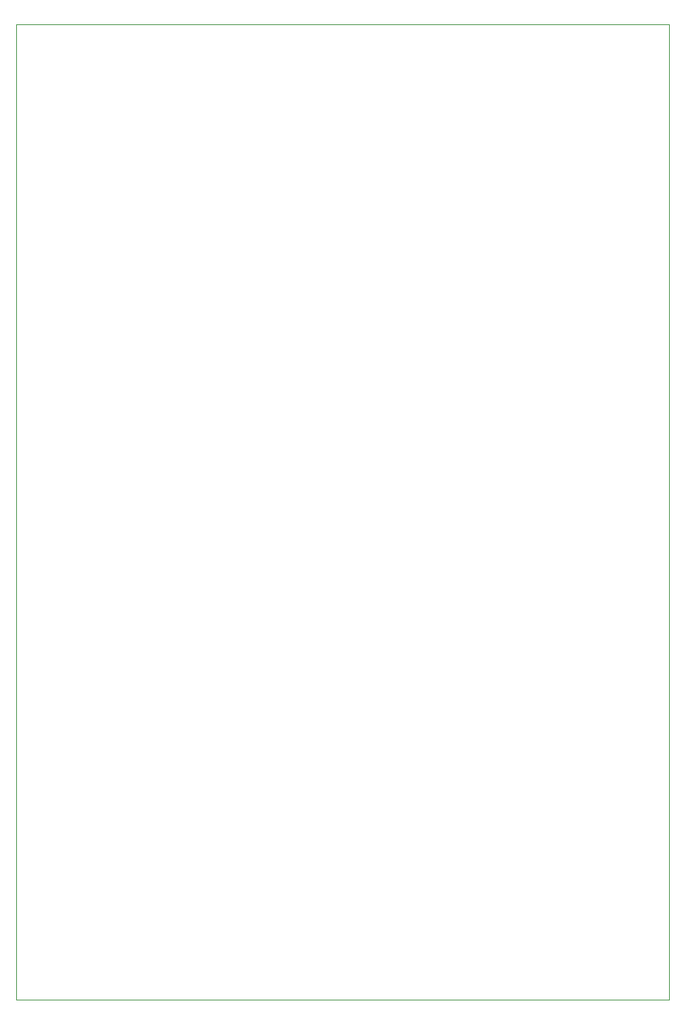
<source format=gbr>
%TF.GenerationSoftware,KiCad,Pcbnew,8.0.1*%
%TF.CreationDate,2024-04-26T19:06:38+02:00*%
%TF.ProjectId,teamagotchi,7465616d-6167-46f7-9463-68692e6b6963,rev?*%
%TF.SameCoordinates,Original*%
%TF.FileFunction,Profile,NP*%
%FSLAX46Y46*%
G04 Gerber Fmt 4.6, Leading zero omitted, Abs format (unit mm)*
G04 Created by KiCad (PCBNEW 8.0.1) date 2024-04-26 19:06:38*
%MOMM*%
%LPD*%
G01*
G04 APERTURE LIST*
%TA.AperFunction,Profile*%
%ADD10C,0.050000*%
%TD*%
G04 APERTURE END LIST*
D10*
X184960000Y-46706000D02*
X184960000Y-158706000D01*
X109960000Y-46706000D02*
X184960000Y-46706000D01*
X109960000Y-158706000D02*
X109960000Y-46706000D01*
X109960000Y-158706000D02*
X184960000Y-158706000D01*
M02*

</source>
